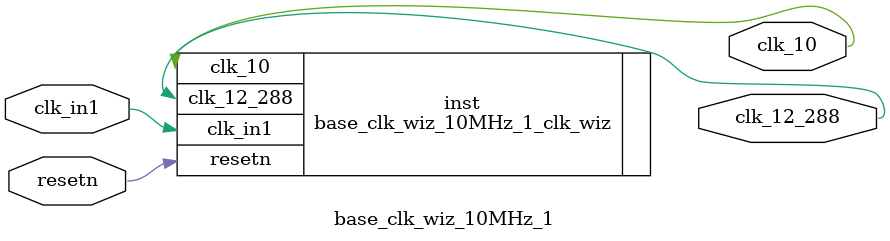
<source format=v>


`timescale 1ps/1ps

(* CORE_GENERATION_INFO = "base_clk_wiz_10MHz_1,clk_wiz_v6_0_6_0_0,{component_name=base_clk_wiz_10MHz_1,use_phase_alignment=true,use_min_o_jitter=false,use_max_i_jitter=false,use_dyn_phase_shift=false,use_inclk_switchover=false,use_dyn_reconfig=false,enable_axi=0,feedback_source=FDBK_AUTO,PRIMITIVE=MMCM,num_out_clk=2,clkin1_period=10.000,clkin2_period=10.000,use_power_down=false,use_reset=true,use_locked=false,use_inclk_stopped=false,feedback_type=SINGLE,CLOCK_MGR_TYPE=NA,manual_override=false}" *)

module base_clk_wiz_10MHz_1 
 (
  // Clock out ports
  output        clk_12_288,
  output        clk_10,
  // Status and control signals
  input         resetn,
 // Clock in ports
  input         clk_in1
 );

  base_clk_wiz_10MHz_1_clk_wiz inst
  (
  // Clock out ports  
  .clk_12_288(clk_12_288),
  .clk_10(clk_10),
  // Status and control signals               
  .resetn(resetn), 
 // Clock in ports
  .clk_in1(clk_in1)
  );

endmodule

</source>
